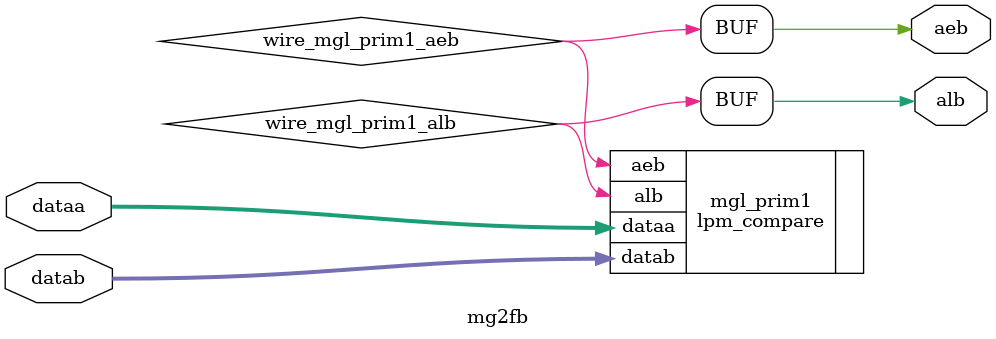
<source format=v>






//synthesis_resources = lpm_compare 1 
//synopsys translate_off
`timescale 1 ps / 1 ps
//synopsys translate_on
module  mg2fb
	( 
	aeb,
	alb,
	dataa,
	datab) /* synthesis synthesis_clearbox=1 */;
	output   aeb;
	output   alb;
	input   [31:0]  dataa;
	input   [31:0]  datab;

	wire  wire_mgl_prim1_aeb;
	wire  wire_mgl_prim1_alb;

	lpm_compare   mgl_prim1
	( 
	.aeb(wire_mgl_prim1_aeb),
	.alb(wire_mgl_prim1_alb),
	.dataa(dataa),
	.datab(datab));
	defparam
		mgl_prim1.lpm_representation = "SIGNED",
		mgl_prim1.lpm_type = "LPM_COMPARE",
		mgl_prim1.lpm_width = 32;
	assign
		aeb = wire_mgl_prim1_aeb,
		alb = wire_mgl_prim1_alb;
endmodule //mg2fb
//VALID FILE

</source>
